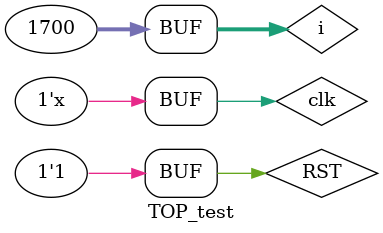
<source format=v>
`timescale 1ns / 1ps


module TOP_test(

    ); 
    reg clk,RST;
    wire [15:0]show;
    integer i;
    initial begin
    clk<=0;
    RST<=1;
     for(i=0;i<1700;i=i+1) begin
     #5 clk<=~clk;
     #5 clk<=~clk;
     if(i==1700) begin
     #5 RST<=~RST;
      #5 RST<=~RST;
      end
     end
    end
   TOP top(clk,RST,show);
   
   
    
endmodule

</source>
